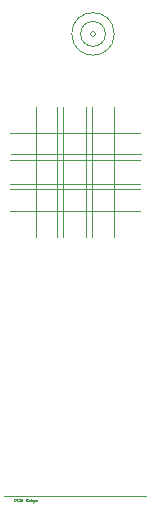
<source format=gm1>
%FSAX42Y42*%
%MOMM*%
G71*
G01*
G75*
G04 Layer_Color=16711935*
%ADD10R,1.10X1.00*%
%ADD11R,0.87X0.87*%
%ADD12R,1.00X1.10*%
%ADD13R,3.40X2.15*%
%ADD14R,1.05X2.15*%
%ADD15R,1.05X2.15*%
%ADD16R,0.50X2.10*%
%ADD17R,1.70X1.25*%
%ADD18R,1.25X1.70*%
%ADD19C,0.25*%
%ADD20C,2.50*%
%ADD21R,1.50X1.50*%
%ADD22C,1.50*%
%ADD23C,1.52*%
%ADD24C,1.20*%
%ADD25O,1.65X4.00*%
%ADD26C,1.40*%
%ADD27P,1.52X8X112.5*%
%ADD28C,3.00*%
%ADD29C,1.27*%
%ADD30O,0.80X0.28*%
%ADD31O,0.28X0.80*%
%ADD32R,7.65X7.65*%
%ADD33O,0.40X2.10*%
%ADD34R,0.80X0.35*%
%ADD35C,0.20*%
%ADD36C,0.25*%
%ADD37C,0.60*%
%ADD38R,1.80X1.80*%
%ADD39R,2.00X1.80*%
%ADD40R,1.80X2.00*%
%ADD41O,0.74X0.22*%
%ADD42O,0.22X0.74*%
%ADD43R,2.05X2.05*%
%ADD44R,1.30X1.20*%
%ADD45R,1.54X1.54*%
%ADD46R,1.20X1.30*%
%ADD47R,3.60X2.35*%
%ADD48R,1.25X2.35*%
%ADD49R,1.25X2.35*%
%ADD50R,0.70X2.30*%
%ADD51R,1.90X1.45*%
%ADD52R,1.45X1.90*%
%ADD53C,2.70*%
%ADD54R,1.70X1.70*%
%ADD55C,1.70*%
%ADD56C,1.73*%
%ADD57C,1.40*%
%ADD58O,1.85X4.20*%
%ADD59C,1.60*%
%ADD60P,1.74X8X112.5*%
%ADD61C,3.20*%
%ADD62C,1.47*%
%ADD63O,0.60X2.30*%
%ADD64R,1.00X0.55*%
%ADD65C,0.03*%
%ADD66C,0.05*%
%ADD67C,0.10*%
%ADD68C,0.03*%
D65*
X004118Y006452D02*
G03*
X004118Y006452I-000105J000000D01*
G01*
X004193D02*
G03*
X004193Y006452I-000180J000000D01*
G01*
X004033D02*
G03*
X004033Y006452I-000020J000000D01*
G01*
D66*
X004188Y004735D02*
Y005835D01*
X004417Y005435D02*
X003317D01*
X003308Y005385D02*
X004407D01*
Y005185D02*
X003308D01*
Y005135D02*
X004407D01*
Y004955D02*
X003308D01*
X003527Y004735D02*
Y005835D01*
X003308Y005615D02*
X004407D01*
X004007Y005835D02*
Y004735D01*
X003958D02*
Y005835D01*
X003757D02*
Y004735D01*
X003708D02*
Y005835D01*
D67*
X003261Y002540D02*
X004461D01*
D68*
X003344Y002493D02*
Y002518D01*
X003356D01*
X003360Y002514D01*
Y002505D01*
X003356Y002501D01*
X003344D01*
X003369Y002497D02*
X003373Y002493D01*
X003381D01*
X003385Y002497D01*
X003394Y002493D02*
X003406D01*
X003410Y002497D01*
Y002501D01*
X003406Y002505D01*
X003394D01*
X003406D01*
X003410Y002509D01*
Y002514D01*
X003406Y002518D01*
X003394D01*
Y002493D01*
X003385Y002514D02*
X003381Y002518D01*
X003373D01*
X003369Y002514D01*
Y002497D01*
X003444Y002493D02*
X003460D01*
X003473D02*
X003468Y002497D01*
Y002505D01*
X003473Y002509D01*
X003485D01*
Y002518D02*
Y002493D01*
X003473D01*
X003493Y002497D02*
X003498Y002493D01*
X003510D01*
Y002489D02*
Y002509D01*
X003498D01*
X003493Y002505D01*
Y002497D01*
X003502Y002484D02*
X003506D01*
X003510Y002489D01*
X003523Y002493D02*
X003518Y002497D01*
Y002505D01*
X003523Y002509D01*
X003531D01*
X003535Y002505D01*
Y002501D01*
X003518D01*
X003523Y002493D02*
X003531D01*
X003444D02*
Y002518D01*
X003460D01*
X003452Y002505D02*
X003444D01*
M02*

</source>
